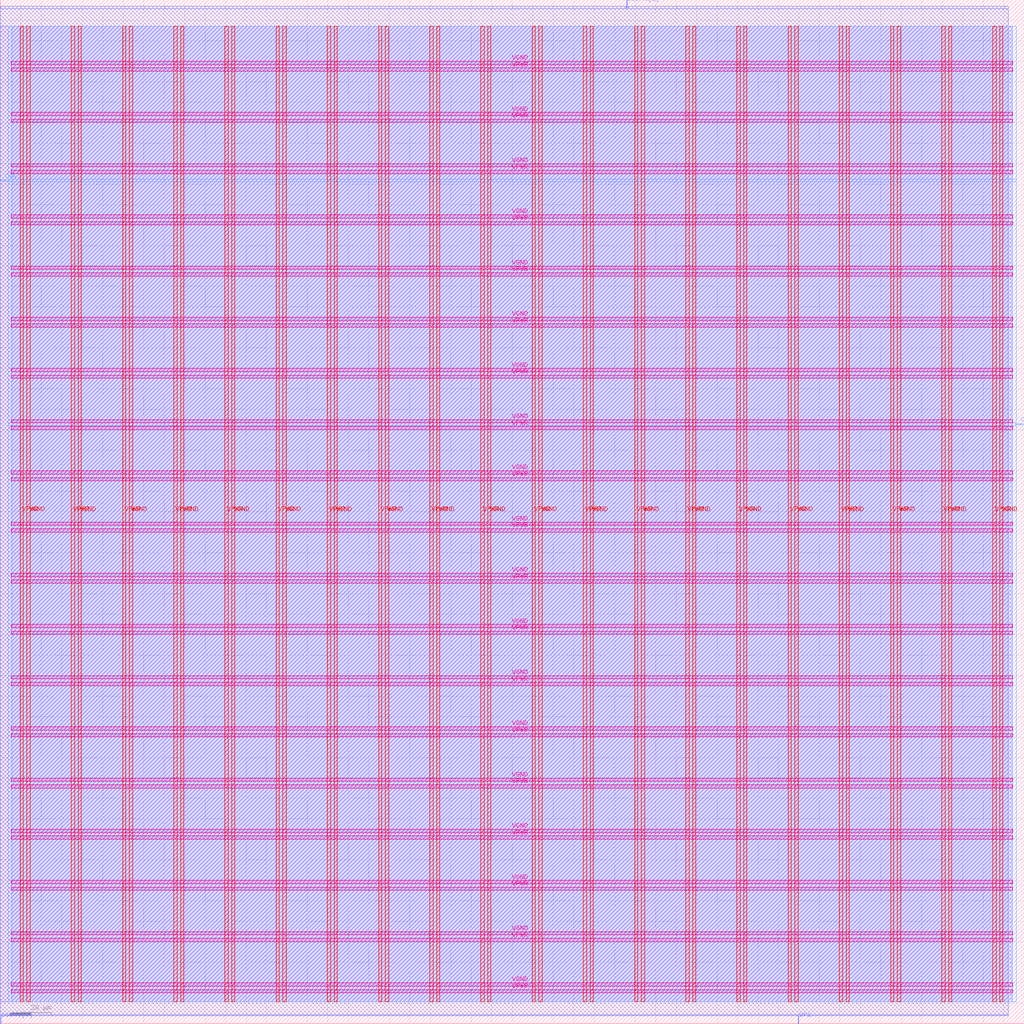
<source format=lef>
VERSION 5.7 ;
  NOWIREEXTENSIONATPIN ON ;
  DIVIDERCHAR "/" ;
  BUSBITCHARS "[]" ;
MACRO pes_3bit_rc
  CLASS BLOCK ;
  FOREIGN pes_3bit_rc ;
  ORIGIN 0.000 0.000 ;
  SIZE 500.000 BY 500.000 ;
  PIN VGND
    DIRECTION INOUT ;
    USE GROUND ;
    PORT
      LAYER met4 ;
        RECT 13.020 10.640 14.620 487.120 ;
    END
    PORT
      LAYER met4 ;
        RECT 38.020 10.640 39.620 487.120 ;
    END
    PORT
      LAYER met4 ;
        RECT 63.020 10.640 64.620 487.120 ;
    END
    PORT
      LAYER met4 ;
        RECT 88.020 10.640 89.620 487.120 ;
    END
    PORT
      LAYER met4 ;
        RECT 113.020 10.640 114.620 487.120 ;
    END
    PORT
      LAYER met4 ;
        RECT 138.020 10.640 139.620 487.120 ;
    END
    PORT
      LAYER met4 ;
        RECT 163.020 10.640 164.620 487.120 ;
    END
    PORT
      LAYER met4 ;
        RECT 188.020 10.640 189.620 487.120 ;
    END
    PORT
      LAYER met4 ;
        RECT 213.020 10.640 214.620 487.120 ;
    END
    PORT
      LAYER met4 ;
        RECT 238.020 10.640 239.620 487.120 ;
    END
    PORT
      LAYER met4 ;
        RECT 263.020 10.640 264.620 487.120 ;
    END
    PORT
      LAYER met4 ;
        RECT 288.020 10.640 289.620 487.120 ;
    END
    PORT
      LAYER met4 ;
        RECT 313.020 10.640 314.620 487.120 ;
    END
    PORT
      LAYER met4 ;
        RECT 338.020 10.640 339.620 487.120 ;
    END
    PORT
      LAYER met4 ;
        RECT 363.020 10.640 364.620 487.120 ;
    END
    PORT
      LAYER met4 ;
        RECT 388.020 10.640 389.620 487.120 ;
    END
    PORT
      LAYER met4 ;
        RECT 413.020 10.640 414.620 487.120 ;
    END
    PORT
      LAYER met4 ;
        RECT 438.020 10.640 439.620 487.120 ;
    END
    PORT
      LAYER met4 ;
        RECT 463.020 10.640 464.620 487.120 ;
    END
    PORT
      LAYER met4 ;
        RECT 488.020 10.640 489.620 487.120 ;
    END
    PORT
      LAYER met5 ;
        RECT 5.280 18.380 494.280 19.980 ;
    END
    PORT
      LAYER met5 ;
        RECT 5.280 43.380 494.280 44.980 ;
    END
    PORT
      LAYER met5 ;
        RECT 5.280 68.380 494.280 69.980 ;
    END
    PORT
      LAYER met5 ;
        RECT 5.280 93.380 494.280 94.980 ;
    END
    PORT
      LAYER met5 ;
        RECT 5.280 118.380 494.280 119.980 ;
    END
    PORT
      LAYER met5 ;
        RECT 5.280 143.380 494.280 144.980 ;
    END
    PORT
      LAYER met5 ;
        RECT 5.280 168.380 494.280 169.980 ;
    END
    PORT
      LAYER met5 ;
        RECT 5.280 193.380 494.280 194.980 ;
    END
    PORT
      LAYER met5 ;
        RECT 5.280 218.380 494.280 219.980 ;
    END
    PORT
      LAYER met5 ;
        RECT 5.280 243.380 494.280 244.980 ;
    END
    PORT
      LAYER met5 ;
        RECT 5.280 268.380 494.280 269.980 ;
    END
    PORT
      LAYER met5 ;
        RECT 5.280 293.380 494.280 294.980 ;
    END
    PORT
      LAYER met5 ;
        RECT 5.280 318.380 494.280 319.980 ;
    END
    PORT
      LAYER met5 ;
        RECT 5.280 343.380 494.280 344.980 ;
    END
    PORT
      LAYER met5 ;
        RECT 5.280 368.380 494.280 369.980 ;
    END
    PORT
      LAYER met5 ;
        RECT 5.280 393.380 494.280 394.980 ;
    END
    PORT
      LAYER met5 ;
        RECT 5.280 418.380 494.280 419.980 ;
    END
    PORT
      LAYER met5 ;
        RECT 5.280 443.380 494.280 444.980 ;
    END
    PORT
      LAYER met5 ;
        RECT 5.280 468.380 494.280 469.980 ;
    END
  END VGND
  PIN VPWR
    DIRECTION INOUT ;
    USE POWER ;
    PORT
      LAYER met4 ;
        RECT 9.720 10.640 11.320 487.120 ;
    END
    PORT
      LAYER met4 ;
        RECT 34.720 10.640 36.320 487.120 ;
    END
    PORT
      LAYER met4 ;
        RECT 59.720 10.640 61.320 487.120 ;
    END
    PORT
      LAYER met4 ;
        RECT 84.720 10.640 86.320 487.120 ;
    END
    PORT
      LAYER met4 ;
        RECT 109.720 10.640 111.320 487.120 ;
    END
    PORT
      LAYER met4 ;
        RECT 134.720 10.640 136.320 487.120 ;
    END
    PORT
      LAYER met4 ;
        RECT 159.720 10.640 161.320 487.120 ;
    END
    PORT
      LAYER met4 ;
        RECT 184.720 10.640 186.320 487.120 ;
    END
    PORT
      LAYER met4 ;
        RECT 209.720 10.640 211.320 487.120 ;
    END
    PORT
      LAYER met4 ;
        RECT 234.720 10.640 236.320 487.120 ;
    END
    PORT
      LAYER met4 ;
        RECT 259.720 10.640 261.320 487.120 ;
    END
    PORT
      LAYER met4 ;
        RECT 284.720 10.640 286.320 487.120 ;
    END
    PORT
      LAYER met4 ;
        RECT 309.720 10.640 311.320 487.120 ;
    END
    PORT
      LAYER met4 ;
        RECT 334.720 10.640 336.320 487.120 ;
    END
    PORT
      LAYER met4 ;
        RECT 359.720 10.640 361.320 487.120 ;
    END
    PORT
      LAYER met4 ;
        RECT 384.720 10.640 386.320 487.120 ;
    END
    PORT
      LAYER met4 ;
        RECT 409.720 10.640 411.320 487.120 ;
    END
    PORT
      LAYER met4 ;
        RECT 434.720 10.640 436.320 487.120 ;
    END
    PORT
      LAYER met4 ;
        RECT 459.720 10.640 461.320 487.120 ;
    END
    PORT
      LAYER met4 ;
        RECT 484.720 10.640 486.320 487.120 ;
    END
    PORT
      LAYER met5 ;
        RECT 5.280 15.080 494.280 16.680 ;
    END
    PORT
      LAYER met5 ;
        RECT 5.280 40.080 494.280 41.680 ;
    END
    PORT
      LAYER met5 ;
        RECT 5.280 65.080 494.280 66.680 ;
    END
    PORT
      LAYER met5 ;
        RECT 5.280 90.080 494.280 91.680 ;
    END
    PORT
      LAYER met5 ;
        RECT 5.280 115.080 494.280 116.680 ;
    END
    PORT
      LAYER met5 ;
        RECT 5.280 140.080 494.280 141.680 ;
    END
    PORT
      LAYER met5 ;
        RECT 5.280 165.080 494.280 166.680 ;
    END
    PORT
      LAYER met5 ;
        RECT 5.280 190.080 494.280 191.680 ;
    END
    PORT
      LAYER met5 ;
        RECT 5.280 215.080 494.280 216.680 ;
    END
    PORT
      LAYER met5 ;
        RECT 5.280 240.080 494.280 241.680 ;
    END
    PORT
      LAYER met5 ;
        RECT 5.280 265.080 494.280 266.680 ;
    END
    PORT
      LAYER met5 ;
        RECT 5.280 290.080 494.280 291.680 ;
    END
    PORT
      LAYER met5 ;
        RECT 5.280 315.080 494.280 316.680 ;
    END
    PORT
      LAYER met5 ;
        RECT 5.280 340.080 494.280 341.680 ;
    END
    PORT
      LAYER met5 ;
        RECT 5.280 365.080 494.280 366.680 ;
    END
    PORT
      LAYER met5 ;
        RECT 5.280 390.080 494.280 391.680 ;
    END
    PORT
      LAYER met5 ;
        RECT 5.280 415.080 494.280 416.680 ;
    END
    PORT
      LAYER met5 ;
        RECT 5.280 440.080 494.280 441.680 ;
    END
    PORT
      LAYER met5 ;
        RECT 5.280 465.080 494.280 466.680 ;
    END
  END VPWR
  PIN clk
    DIRECTION INPUT ;
    USE SIGNAL ;
    ANTENNAGATEAREA 0.852000 ;
    PORT
      LAYER met3 ;
        RECT 0.000 411.440 4.000 412.040 ;
    END
  END clk
  PIN count[0]
    DIRECTION OUTPUT TRISTATE ;
    USE SIGNAL ;
    ANTENNADIFFAREA 0.795200 ;
    PORT
      LAYER met2 ;
        RECT 0.090 0.000 0.370 4.000 ;
    END
  END count[0]
  PIN count[1]
    DIRECTION OUTPUT TRISTATE ;
    USE SIGNAL ;
    ANTENNADIFFAREA 0.445500 ;
    PORT
      LAYER met3 ;
        RECT 496.000 292.440 500.000 293.040 ;
    END
  END count[1]
  PIN count[2]
    DIRECTION OUTPUT TRISTATE ;
    USE SIGNAL ;
    ANTENNADIFFAREA 0.795200 ;
    PORT
      LAYER met2 ;
        RECT 305.990 496.000 306.270 500.000 ;
    END
  END count[2]
  PIN ori
    DIRECTION INPUT ;
    USE SIGNAL ;
    ANTENNAGATEAREA 0.213000 ;
    PORT
      LAYER met2 ;
        RECT 389.710 0.000 389.990 4.000 ;
    END
  END ori
  OBS
      LAYER li1 ;
        RECT 5.520 10.795 494.040 486.965 ;
      LAYER met1 ;
        RECT 0.070 10.640 494.040 487.120 ;
      LAYER met2 ;
        RECT 0.100 495.720 305.710 496.810 ;
        RECT 306.550 495.720 492.110 496.810 ;
        RECT 0.100 4.280 492.110 495.720 ;
        RECT 0.650 4.000 389.430 4.280 ;
        RECT 390.270 4.000 492.110 4.280 ;
      LAYER met3 ;
        RECT 4.000 412.440 496.000 487.045 ;
        RECT 4.400 411.040 496.000 412.440 ;
        RECT 4.000 293.440 496.000 411.040 ;
        RECT 4.000 292.040 495.600 293.440 ;
        RECT 4.000 10.715 496.000 292.040 ;
  END
END pes_3bit_rc
END LIBRARY


</source>
